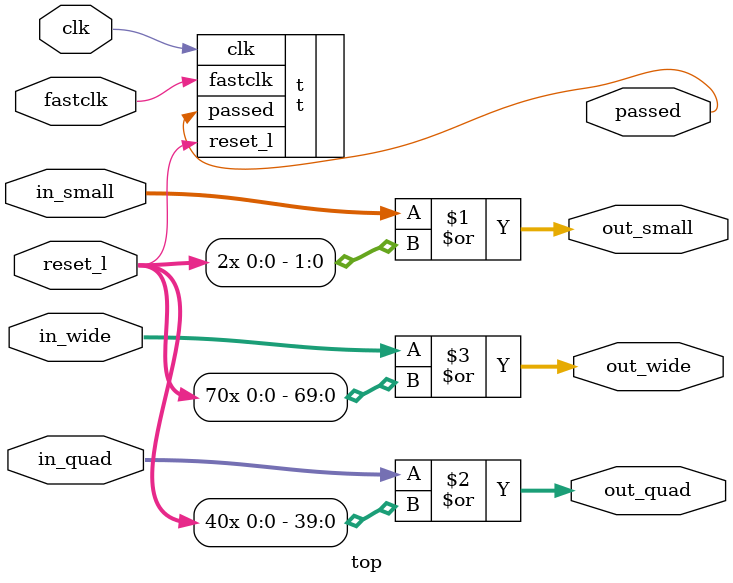
<source format=v>
`timescale 1 ns/ 1ns

module top (/*AUTOARG*/ output passed, output [1:0]out_small, output [39:0]out_quad, output [69:0]out_wide,
   input clk, input fastclk, input reset_l, input [1:0]in_small, input [39:0]in_quad, input [69:0]in_wide);
   wire [1:0]out_small = in_small | {2{reset_l}};
   wire [39:0]out_quad = in_quad | {40{reset_l}};
   wire [69:0]out_wide = in_wide | {70{reset_l}};

   initial begin
      $write("Hello World!\n");
   end
   t t (/*AUTOINST*/ .passed(passed), .clk(clk), .fastclk(fastclk), .reset_l(reset_l));
endmodule

</source>
